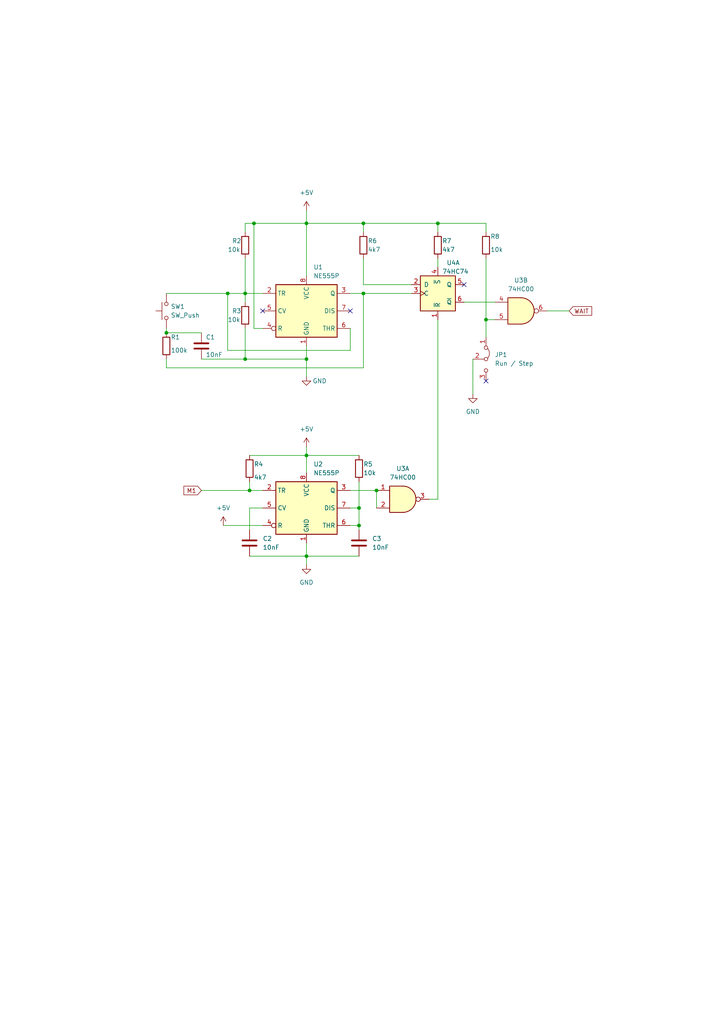
<source format=kicad_sch>
(kicad_sch (version 20211123) (generator eeschema)
  (paper "A4" portrait)
  (title_block (title "Z80 Arduino - Step debugger"))
  (lib_symbols
    (symbol "74xx:74HC00" (pin_names (offset 1.016))
      (property "Reference" "U" (at 0 1.27 0))
      (property "Value" "74HC00" (at 0 -1.27 0))
      (symbol "74HC00_1_1"
        (arc (start 0 -3.81) (mid 3.81 0) (end 0 3.81) (stroke (width 0.254)) (fill (type background)))
        (polyline (pts (xy 0 3.81) (xy -3.81 3.81) (xy -3.81 -3.81) (xy 0 -3.81)) (stroke (width 0.254)) (fill (type background)))
        (pin input line (at -7.62 2.54 0) (length 3.81) (name "~") (number "1"))
        (pin input line (at -7.62 -2.54 0) (length 3.81) (name "~") (number "2"))
        (pin output inverted (at 7.62 0 180) (length 3.81) (name "~") (number "3"))
      )
      (symbol "74HC00_1_2"
        (arc (start -3.81 -3.81) (mid -2.589 0) (end -3.81 3.81) (stroke (width 0.254)))
        (arc (start -0.6096 -3.81) (mid 2.1855 -2.584) (end 3.81 0) (stroke (width 0.254)) (fill (type background)))
        (polyline (pts (xy -3.81 -3.81) (xy -0.635 -3.81)) (stroke (width 0.254)) (fill (type background)))
        (polyline (pts (xy -3.81 3.81) (xy -0.635 3.81)) (stroke (width 0.254)) (fill (type background)))
        (polyline (pts (xy -0.635 3.81) (xy -3.81 3.81) (xy -3.81 3.81) (xy -3.556 3.4036) (xy -3.0226 2.2606) (xy -2.6924 1.0414) (xy -2.6162 -0.254) (xy -2.7686 -1.4986) (xy -3.175 -2.7178) (xy -3.81 -3.81) (xy -3.81 -3.81) (xy -0.635 -3.81)) (stroke (width -25.4)) (fill (type background)))
        (arc (start 3.81 0) (mid 2.1928 2.5925) (end -0.6096 3.81) (stroke (width 0.254)) (fill (type background)))
        (pin input inverted (at -7.62 2.54 0) (length 4.318) (name "~") (number "1"))
        (pin input inverted (at -7.62 -2.54 0) (length 4.318) (name "~") (number "2"))
        (pin output line (at 7.62 0 180) (length 3.81) (name "~") (number "3"))
      )
      (symbol "74HC00_2_1"
        (arc (start 0 -3.81) (mid 3.81 0) (end 0 3.81) (stroke (width 0.254)) (fill (type background)))
        (polyline (pts (xy 0 3.81) (xy -3.81 3.81) (xy -3.81 -3.81) (xy 0 -3.81)) (stroke (width 0.254)) (fill (type background)))
        (pin input line (at -7.62 2.54 0) (length 3.81) (name "~") (number "4"))
        (pin input line (at -7.62 -2.54 0) (length 3.81) (name "~") (number "5"))
        (pin output inverted (at 7.62 0 180) (length 3.81) (name "~") (number "6"))
      )
      (symbol "74HC00_2_2"
        (arc (start -3.81 -3.81) (mid -2.589 0) (end -3.81 3.81) (stroke (width 0.254)))
        (arc (start -0.6096 -3.81) (mid 2.1855 -2.584) (end 3.81 0) (stroke (width 0.254)) (fill (type background)))
        (polyline (pts (xy -3.81 -3.81) (xy -0.635 -3.81)) (stroke (width 0.254)) (fill (type background)))
        (polyline (pts (xy -3.81 3.81) (xy -0.635 3.81)) (stroke (width 0.254)) (fill (type background)))
        (polyline (pts (xy -0.635 3.81) (xy -3.81 3.81) (xy -3.81 3.81) (xy -3.556 3.4036) (xy -3.0226 2.2606) (xy -2.6924 1.0414) (xy -2.6162 -0.254) (xy -2.7686 -1.4986) (xy -3.175 -2.7178) (xy -3.81 -3.81) (xy -3.81 -3.81) (xy -0.635 -3.81)) (stroke (width -25.4)) (fill (type background)))
        (arc (start 3.81 0) (mid 2.1928 2.5925) (end -0.6096 3.81) (stroke (width 0.254)) (fill (type background)))
        (pin input inverted (at -7.62 2.54 0) (length 4.318) (name "~") (number "4"))
        (pin input inverted (at -7.62 -2.54 0) (length 4.318) (name "~") (number "5"))
        (pin output line (at 7.62 0 180) (length 3.81) (name "~") (number "6"))
      )
      (symbol "74HC00_3_1"
        (arc (start 0 -3.81) (mid 3.81 0) (end 0 3.81) (stroke (width 0.254)) (fill (type background)))
        (polyline (pts (xy 0 3.81) (xy -3.81 3.81) (xy -3.81 -3.81) (xy 0 -3.81)) (stroke (width 0.254)) (fill (type background)))
        (pin input line (at -7.62 -2.54 0) (length 3.81) (name "~") (number "10"))
        (pin output inverted (at 7.62 0 180) (length 3.81) (name "~") (number "8"))
        (pin input line (at -7.62 2.54 0) (length 3.81) (name "~") (number "9"))
      )
      (symbol "74HC00_3_2"
        (arc (start -3.81 -3.81) (mid -2.589 0) (end -3.81 3.81) (stroke (width 0.254)))
        (arc (start -0.6096 -3.81) (mid 2.1855 -2.584) (end 3.81 0) (stroke (width 0.254)) (fill (type background)))
        (polyline (pts (xy -3.81 -3.81) (xy -0.635 -3.81)) (stroke (width 0.254)) (fill (type background)))
        (polyline (pts (xy -3.81 3.81) (xy -0.635 3.81)) (stroke (width 0.254)) (fill (type background)))
        (polyline (pts (xy -0.635 3.81) (xy -3.81 3.81) (xy -3.81 3.81) (xy -3.556 3.4036) (xy -3.0226 2.2606) (xy -2.6924 1.0414) (xy -2.6162 -0.254) (xy -2.7686 -1.4986) (xy -3.175 -2.7178) (xy -3.81 -3.81) (xy -3.81 -3.81) (xy -0.635 -3.81)) (stroke (width -25.4)) (fill (type background)))
        (arc (start 3.81 0) (mid 2.1928 2.5925) (end -0.6096 3.81) (stroke (width 0.254)) (fill (type background)))
        (pin input inverted (at -7.62 -2.54 0) (length 4.318) (name "~") (number "10"))
        (pin output line (at 7.62 0 180) (length 3.81) (name "~") (number "8"))
        (pin input inverted (at -7.62 2.54 0) (length 4.318) (name "~") (number "9"))
      )
      (symbol "74HC00_4_1"
        (arc (start 0 -3.81) (mid 3.81 0) (end 0 3.81) (stroke (width 0.254)) (fill (type background)))
        (polyline (pts (xy 0 3.81) (xy -3.81 3.81) (xy -3.81 -3.81) (xy 0 -3.81)) (stroke (width 0.254)) (fill (type background)))
        (pin output inverted (at 7.62 0 180) (length 3.81) (name "~") (number "11"))
        (pin input line (at -7.62 2.54 0) (length 3.81) (name "~") (number "12"))
        (pin input line (at -7.62 -2.54 0) (length 3.81) (name "~") (number "13"))
      )
      (symbol "74HC00_4_2"
        (arc (start -3.81 -3.81) (mid -2.589 0) (end -3.81 3.81) (stroke (width 0.254)))
        (arc (start -0.6096 -3.81) (mid 2.1855 -2.584) (end 3.81 0) (stroke (width 0.254)) (fill (type background)))
        (polyline (pts (xy -3.81 -3.81) (xy -0.635 -3.81)) (stroke (width 0.254)) (fill (type background)))
        (polyline (pts (xy -3.81 3.81) (xy -0.635 3.81)) (stroke (width 0.254)) (fill (type background)))
        (polyline (pts (xy -0.635 3.81) (xy -3.81 3.81) (xy -3.81 3.81) (xy -3.556 3.4036) (xy -3.0226 2.2606) (xy -2.6924 1.0414) (xy -2.6162 -0.254) (xy -2.7686 -1.4986) (xy -3.175 -2.7178) (xy -3.81 -3.81) (xy -3.81 -3.81) (xy -0.635 -3.81)) (stroke (width -25.4)) (fill (type background)))
        (arc (start 3.81 0) (mid 2.1928 2.5925) (end -0.6096 3.81) (stroke (width 0.254)) (fill (type background)))
        (pin output line (at 7.62 0 180) (length 3.81) (name "~") (number "11"))
        (pin input inverted (at -7.62 2.54 0) (length 4.318) (name "~") (number "12"))
        (pin input inverted (at -7.62 -2.54 0) (length 4.318) (name "~") (number "13"))
      )
      (symbol "74HC00_5_0"
        (pin power_in line (at 0 12.7 270) (length 5.08) (name "VCC") (number "14"))
        (pin power_in line (at 0 -12.7 90) (length 5.08) (name "GND") (number "7"))
      )
      (symbol "74HC00_5_1"
        (rectangle (start -5.08 7.62) (end 5.08 -7.62) (stroke (width 0.254)) (fill (type background)))
      )
    )
    (symbol "74xx:74HC74" (pin_names (offset 1.016))
      (property "Reference" "U" (at -7.62 8.89 0))
      (property "Value" "74HC74" (at -7.62 -8.89 0))
      (symbol "74HC74_1_0"
        (pin input line (at 0 -7.62 90) (length 2.54) (name "~{R}") (number "1"))
        (pin input line (at -7.62 2.54 0) (length 2.54) (name "D") (number "2"))
        (pin input clock (at -7.62 0 0) (length 2.54) (name "C") (number "3"))
        (pin input line (at 0 7.62 270) (length 2.54) (name "~{S}") (number "4"))
        (pin output line (at 7.62 2.54 180) (length 2.54) (name "Q") (number "5"))
        (pin output line (at 7.62 -2.54 180) (length 2.54) (name "~{Q}") (number "6"))
      )
      (symbol "74HC74_1_1"
        (rectangle (start -5.08 5.08) (end 5.08 -5.08) (stroke (width 0.254)) (fill (type background)))
      )
      (symbol "74HC74_2_0"
        (pin input line (at 0 7.62 270) (length 2.54) (name "~{S}") (number "10"))
        (pin input clock (at -7.62 0 0) (length 2.54) (name "C") (number "11"))
        (pin input line (at -7.62 2.54 0) (length 2.54) (name "D") (number "12"))
        (pin input line (at 0 -7.62 90) (length 2.54) (name "~{R}") (number "13"))
        (pin output line (at 7.62 -2.54 180) (length 2.54) (name "~{Q}") (number "8"))
        (pin output line (at 7.62 2.54 180) (length 2.54) (name "Q") (number "9"))
      )
      (symbol "74HC74_2_1"
        (rectangle (start -5.08 5.08) (end 5.08 -5.08) (stroke (width 0.254)) (fill (type background)))
      )
      (symbol "74HC74_3_0"
        (pin power_in line (at 0 10.16 270) (length 2.54) (name "VCC") (number "14"))
        (pin power_in line (at 0 -10.16 90) (length 2.54) (name "GND") (number "7"))
      )
      (symbol "74HC74_3_1"
        (rectangle (start -5.08 7.62) (end 5.08 -7.62) (stroke (width 0.254)) (fill (type background)))
      )
    )
    (symbol "Device:C" (pin_numbers hide) (pin_names (offset 0.254))
      (property "Reference" "C" (at 0.635 2.54 0))
      (property "Value" "C" (at 0.635 -2.54 0))
      (symbol "C_0_1"
        (polyline (pts (xy -2.032 -0.762) (xy 2.032 -0.762)) (stroke (width 0.508)))
        (polyline (pts (xy -2.032 0.762) (xy 2.032 0.762)) (stroke (width 0.508)))
      )
      (symbol "C_1_1"
        (pin passive line (at 0 3.81 270) (length 2.794) (name "~") (number "1"))
        (pin passive line (at 0 -3.81 90) (length 2.794) (name "~") (number "2"))
      )
    )
    (symbol "Device:R" (pin_numbers hide) (pin_names (offset 0))
      (property "Reference" "R" (at 2.032 0 90))
      (property "Value" "R" (at 0 0 90))
      (symbol "R_0_1"
        (rectangle (start -1.016 -2.54) (end 1.016 2.54) (stroke (width 0.254)))
      )
      (symbol "R_1_1"
        (pin passive line (at 0 3.81 270) (length 1.27) (name "~") (number "1"))
        (pin passive line (at 0 -3.81 90) (length 1.27) (name "~") (number "2"))
      )
    )
    (symbol "Jumper:Jumper_3_Bridged12" (pin_names (offset 0) hide)
      (property "Reference" "JP" (at -2.54 -2.54 0))
      (property "Value" "Jumper_3_Bridged12" (at 0 2.794 0))
      (symbol "Jumper_3_Bridged12_0_0"
        (circle (center -3.302 0) (radius 0.508))
        (circle (center 0 0) (radius 0.508))
        (circle (center 3.302 0) (radius 0.508))
      )
      (symbol "Jumper_3_Bridged12_0_1"
        (arc (start -0.254 0.508) (mid -1.651 0.9912) (end -3.048 0.508))
        (polyline (pts (xy 0 -1.27) (xy 0 -0.508)))
      )
      (symbol "Jumper_3_Bridged12_1_1"
        (pin passive line (at -6.35 0 0) (length 2.54) (name "A") (number "1"))
        (pin passive line (at 0 -3.81 90) (length 2.54) (name "C") (number "2"))
        (pin passive line (at 6.35 0 180) (length 2.54) (name "B") (number "3"))
      )
    )
    (symbol "Switch:SW_Push" (pin_numbers hide) (pin_names (offset 1.016) hide)
      (property "Reference" "SW" (at 1.27 2.54 0))
      (property "Value" "SW_Push" (at 0 -1.524 0))
      (symbol "SW_Push_0_1"
        (circle (center -2.032 0) (radius 0.508))
        (polyline (pts (xy 0 1.27) (xy 0 3.048)))
        (polyline (pts (xy 2.54 1.27) (xy -2.54 1.27)))
        (circle (center 2.032 0) (radius 0.508))
        (pin passive line (at -5.08 0 0) (length 2.54) (name "1") (number "1"))
        (pin passive line (at 5.08 0 180) (length 2.54) (name "2") (number "2"))
      )
    )
    (symbol "Timer:NE555P"
      (property "Reference" "U" (at -10.16 8.89 0))
      (property "Value" "NE555P" (at 2.54 8.89 0))
      (symbol "NE555P_0_0"
        (pin power_in line (at 0 -10.16 90) (length 2.54) (name "GND") (number "1"))
        (pin power_in line (at 0 10.16 270) (length 2.54) (name "VCC") (number "8"))
      )
      (symbol "NE555P_0_1"
        (rectangle (start -8.89 -7.62) (end 8.89 7.62) (stroke (width 0.254)) (fill (type background)))
        (rectangle (start -8.89 -7.62) (end 8.89 7.62) (stroke (width 0.254)) (fill (type background)))
      )
      (symbol "NE555P_1_1"
        (pin input line (at -12.7 5.08 0) (length 3.81) (name "TR") (number "2"))
        (pin output line (at 12.7 5.08 180) (length 3.81) (name "Q") (number "3"))
        (pin input inverted (at -12.7 -5.08 0) (length 3.81) (name "R") (number "4"))
        (pin input line (at -12.7 0 0) (length 3.81) (name "CV") (number "5"))
        (pin input line (at 12.7 -5.08 180) (length 3.81) (name "THR") (number "6"))
        (pin input line (at 12.7 0 180) (length 3.81) (name "DIS") (number "7"))
      )
    )
    (symbol "power:+5V" (power) (pin_names (offset 0))
      (property "Value" "+5V" (at 0 3.556 0))
      (symbol "+5V_0_1"
        (polyline (pts (xy -0.762 1.27) (xy 0 2.54)))
        (polyline (pts (xy 0 0) (xy 0 2.54)))
        (polyline (pts (xy 0 2.54) (xy 0.762 1.27)))
      )
      (symbol "+5V_1_1"
        (pin power_in line (at 0 0 90) (length 0) hide (name "+5V") (number "1"))
      )
    )
    (symbol "power:GND" (power) (pin_names (offset 0))
      (property "Value" "GND" (at 0 -3.81 0))
      (symbol "GND_0_1"
        (polyline (pts (xy 0 0) (xy 0 -1.27) (xy 1.27 -1.27) (xy 0 -2.54) (xy -1.27 -1.27) (xy 0 -1.27)))
      )
      (symbol "GND_1_1"
        (pin power_in line (at 0 0 270) (length 0) hide (name "GND") (number "1"))
      )
    )
  )
  (junction (at 72.39 142.24))
  (junction (at 88.9 161.29))
  (junction (at 73.66 64.77))
  (junction (at 48.26 96.52))
  (junction (at 140.97 92.71))
  (junction (at 88.9 64.77))
  (junction (at 109.22 142.24))
  (junction (at 104.14 152.4))
  (junction (at 88.9 132.08))
  (junction (at 66.04 85.09))
  (junction (at 105.41 64.77))
  (junction (at 71.12 85.09))
  (junction (at 71.12 104.14))
  (junction (at 105.41 85.09))
  (junction (at 88.9 104.14))
  (junction (at 127 64.77))
  (junction (at 104.14 147.32))
  (no_connect (at 140.97 110.49))
  (no_connect (at 76.2 90.17))
  (no_connect (at 101.6 90.17))
  (no_connect (at 134.62 82.55))
  (wire (pts (xy 58.42 142.24) (xy 72.39 142.24)))
  (wire (pts (xy 104.14 139.7) (xy 104.14 147.32)))
  (wire (pts (xy 127 92.71) (xy 127 144.78)))
  (wire (pts (xy 140.97 74.93) (xy 140.97 92.71)))
  (wire (pts (xy 71.12 74.93) (xy 71.12 85.09)))
  (wire (pts (xy 71.12 104.14) (xy 88.9 104.14)))
  (wire (pts (xy 127 67.31) (xy 127 64.77)))
  (wire (pts (xy 140.97 67.31) (xy 140.97 64.77)))
  (wire (pts (xy 127 64.77) (xy 105.41 64.77)))
  (wire (pts (xy 72.39 161.29) (xy 88.9 161.29)))
  (wire (pts (xy 88.9 64.77) (xy 88.9 80.01)))
  (wire (pts (xy 73.66 64.77) (xy 73.66 95.25)))
  (wire (pts (xy 58.42 104.14) (xy 71.12 104.14)))
  (wire (pts (xy 88.9 100.33) (xy 88.9 104.14)))
  (wire (pts (xy 72.39 132.08) (xy 88.9 132.08)))
  (wire (pts (xy 104.14 152.4) (xy 104.14 147.32)))
  (wire (pts (xy 88.9 129.54) (xy 88.9 132.08)))
  (wire (pts (xy 48.26 85.09) (xy 66.04 85.09)))
  (wire (pts (xy 48.26 96.52) (xy 58.42 96.52)))
  (wire (pts (xy 72.39 139.7) (xy 72.39 142.24)))
  (wire (pts (xy 71.12 64.77) (xy 73.66 64.77)))
  (wire (pts (xy 48.26 95.25) (xy 48.26 96.52)))
  (wire (pts (xy 71.12 67.31) (xy 71.12 64.77)))
  (wire (pts (xy 88.9 157.48) (xy 88.9 161.29)))
  (wire (pts (xy 101.6 152.4) (xy 104.14 152.4)))
  (wire (pts (xy 101.6 147.32) (xy 104.14 147.32)))
  (wire (pts (xy 140.97 92.71) (xy 143.51 92.71)))
  (wire (pts (xy 71.12 95.25) (xy 71.12 104.14)))
  (wire (pts (xy 105.41 74.93) (xy 105.41 82.55)))
  (wire (pts (xy 71.12 85.09) (xy 71.12 87.63)))
  (wire (pts (xy 76.2 95.25) (xy 73.66 95.25)))
  (wire (pts (xy 105.41 64.77) (xy 105.41 67.31)))
  (wire (pts (xy 48.26 104.14) (xy 48.26 106.68)))
  (wire (pts (xy 109.22 142.24) (xy 109.22 147.32)))
  (wire (pts (xy 140.97 64.77) (xy 127 64.77)))
  (wire (pts (xy 66.04 101.6) (xy 66.04 85.09)))
  (wire (pts (xy 134.62 87.63) (xy 143.51 87.63)))
  (wire (pts (xy 137.16 104.14) (xy 137.16 114.3)))
  (wire (pts (xy 76.2 147.32) (xy 72.39 147.32)))
  (wire (pts (xy 101.6 142.24) (xy 109.22 142.24)))
  (wire (pts (xy 101.6 85.09) (xy 105.41 85.09)))
  (wire (pts (xy 104.14 153.67) (xy 104.14 152.4)))
  (wire (pts (xy 88.9 104.14) (xy 88.9 109.22)))
  (wire (pts (xy 140.97 92.71) (xy 140.97 97.79)))
  (wire (pts (xy 88.9 64.77) (xy 105.41 64.77)))
  (wire (pts (xy 72.39 147.32) (xy 72.39 153.67)))
  (wire (pts (xy 72.39 142.24) (xy 76.2 142.24)))
  (wire (pts (xy 73.66 64.77) (xy 88.9 64.77)))
  (wire (pts (xy 105.41 106.68) (xy 105.41 85.09)))
  (wire (pts (xy 88.9 163.83) (xy 88.9 161.29)))
  (wire (pts (xy 64.77 152.4) (xy 76.2 152.4)))
  (wire (pts (xy 127 74.93) (xy 127 77.47)))
  (wire (pts (xy 105.41 82.55) (xy 119.38 82.55)))
  (wire (pts (xy 88.9 132.08) (xy 104.14 132.08)))
  (wire (pts (xy 105.41 85.09) (xy 119.38 85.09)))
  (wire (pts (xy 48.26 106.68) (xy 105.41 106.68)))
  (wire (pts (xy 88.9 60.96) (xy 88.9 64.77)))
  (wire (pts (xy 88.9 161.29) (xy 104.14 161.29)))
  (wire (pts (xy 66.04 85.09) (xy 71.12 85.09)))
  (wire (pts (xy 101.6 95.25) (xy 101.6 101.6)))
  (wire (pts (xy 158.75 90.17) (xy 165.1 90.17)))
  (wire (pts (xy 101.6 101.6) (xy 66.04 101.6)))
  (wire (pts (xy 124.46 144.78) (xy 127 144.78)))
  (wire (pts (xy 88.9 132.08) (xy 88.9 137.16)))
  (wire (pts (xy 76.2 85.09) (xy 71.12 85.09)))
  (global_label "M1" (shape input) (at 58.42 142.24 180) (property "Intersheet References" "${INTERSHEET_REFS}" (effects hide)))
  (global_label "WAIT" (shape input) (at 165.1 90.17 0) (property "Intersheet References" "${INTERSHEET_REFS}" (effects hide)))
  (symbol (lib_id "Device:C") (at 58.42 100.33 0) (unit 1)
    (property "Reference" "C1" (at 59.69 97.79 0) (effects (justify left)))
    (property "Value" "10nF" (at 59.69 102.87 0) (effects (justify left)))
  )
  (symbol (lib_id "power:GND") (at 137.16 114.3 0) (unit 1)
    (property "Reference" "#PWR0104" (effects hide))
    (property "Value" "GND" (at 137.16 119.38 0))
  )
  (symbol (lib_id "Device:R") (at 105.41 71.12 0) (unit 1)
    (property "Reference" "R6" (at 106.68 69.85 0) (effects (justify left)))
    (property "Value" "4k7" (at 106.68 72.39 0) (effects (justify left)))
  )
  (symbol (lib_id "Device:R") (at 127 71.12 0) (unit 1)
    (property "Reference" "R7" (at 128.27 69.85 0) (effects (justify left)))
    (property "Value" "4k7" (at 128.27 72.39 0) (effects (justify left)))
  )
  (symbol (lib_id "power:+5V") (at 88.9 60.96 0) (unit 1)
    (property "Reference" "#PWR0105" (effects hide))
    (property "Value" "+5V" (at 88.9 55.88 0))
  )
  (symbol (lib_id "Device:R") (at 104.14 135.89 0) (unit 1)
    (property "Reference" "R5" (at 105.41 134.62 0) (effects (justify left)))
    (property "Value" "10k" (at 105.41 137.16 0) (effects (justify left)))
  )
  (symbol (lib_id "Device:R") (at 71.12 91.44 0) (unit 1)
    (property "Reference" "R3" (at 67.31 90.17 0) (effects (justify left)))
    (property "Value" "10k" (at 66.04 92.71 0) (effects (justify left)))
  )
  (symbol (lib_id "Switch:SW_Push") (at 48.26 90.17 90) (mirror x) (unit 1)
    (property "Reference" "SW1" (at 49.53 88.8999 90) (effects (justify right)))
    (property "Value" "SW_Push" (at 49.53 91.4399 90) (effects (justify right)))
  )
  (symbol (lib_id "Device:C") (at 72.39 157.48 0) (unit 1)
    (property "Reference" "C2" (at 76.2 156.2099 0) (effects (justify left)))
    (property "Value" "10nF" (at 76.2 158.7499 0) (effects (justify left)))
  )
  (symbol (lib_id "Jumper:Jumper_3_Bridged12") (at 140.97 104.14 270) (unit 1)
    (property "Reference" "JP1" (at 143.51 102.87 90) (effects (justify left)))
    (property "Value" "Run / Step" (at 143.51 105.41 90) (effects (justify left)))
  )
  (symbol (lib_id "Device:R") (at 140.97 71.12 0) (unit 1)
    (property "Reference" "R8" (at 142.24 68.58 0) (effects (justify left)))
    (property "Value" "10k" (at 142.24 72.39 0) (effects (justify left)))
  )
  (symbol (lib_id "Device:C") (at 104.14 157.48 0) (unit 1)
    (property "Reference" "C3" (at 107.95 156.2099 0) (effects (justify left)))
    (property "Value" "10nF" (at 107.95 158.7499 0) (effects (justify left)))
  )
  (symbol (lib_id "Timer:NE555P") (at 88.9 90.17 0) (unit 1)
    (property "Reference" "U1" (at 90.9194 77.47 0) (effects (justify left)))
    (property "Value" "NE555P" (at 90.9194 80.01 0) (effects (justify left)))
    (property "Footprint" "Package_DIP:DIP-8_W7.62mm" (effects hide))
    (property "Datasheet" "http://www.ti.com/lit/ds/symlink/ne555.pdf" (effects hide))
  )
  (symbol (lib_id "74xx:74HC00") (at 151.13 90.17 0) (unit 2)
    (property "Reference" "U3" (at 151.13 81.28 0))
    (property "Value" "74HC00" (at 151.13 83.82 0))
    (property "Datasheet" "http://www.ti.com/lit/gpn/sn74hc00" (effects hide))
  )
  (symbol (lib_id "Timer:NE555P") (at 88.9 147.32 0) (unit 1)
    (property "Reference" "U2" (at 90.9194 134.62 0) (effects (justify left)))
    (property "Value" "NE555P" (at 90.9194 137.16 0) (effects (justify left)))
    (property "Footprint" "Package_DIP:DIP-8_W7.62mm" (effects hide))
    (property "Datasheet" "http://www.ti.com/lit/ds/symlink/ne555.pdf" (effects hide))
  )
  (symbol (lib_id "Device:R") (at 72.39 135.89 0) (unit 1)
    (property "Reference" "R4" (at 73.66 134.62 0) (effects (justify left)))
    (property "Value" "4k7" (at 73.66 138.43 0) (effects (justify left)))
  )
  (symbol (lib_id "Device:R") (at 48.26 100.33 0) (unit 1)
    (property "Reference" "R1" (at 49.53 97.79 0) (effects (justify left)))
    (property "Value" "100k" (at 49.53 101.6 0) (effects (justify left)))
  )
  (symbol (lib_id "power:GND") (at 88.9 163.83 0) (unit 1)
    (property "Reference" "#PWR0103" (effects hide))
    (property "Value" "GND" (at 88.9 168.91 0))
  )
  (symbol (lib_id "power:+5V") (at 64.77 152.4 0) (unit 1)
    (property "Reference" "#PWR0102" (effects hide))
    (property "Value" "+5V" (at 64.77 147.32 0))
  )
  (symbol (lib_id "74xx:74HC74") (at 127 85.09 0) (unit 1)
    (property "Reference" "U4" (at 129.54 76.2 0) (effects (justify left)))
    (property "Value" "74HC74" (at 128.27 78.74 0) (effects (justify left)))
    (property "Datasheet" "74xx/74hc_hct74.pdf" (effects hide))
  )
  (symbol (lib_id "74xx:74HC00") (at 116.84 144.78 0) (unit 1)
    (property "Reference" "U3" (at 116.84 135.89 0))
    (property "Value" "74HC00" (at 116.84 138.43 0))
    (property "Datasheet" "http://www.ti.com/lit/gpn/sn74hc00" (effects hide))
  )
  (symbol (lib_id "Device:R") (at 71.12 71.12 0) (unit 1)
    (property "Reference" "R2" (at 67.31 69.85 0) (effects (justify left)))
    (property "Value" "10k" (at 66.04 72.39 0) (effects (justify left)))
  )
  (symbol (lib_id "power:GND") (at 88.9 109.22 0) (unit 1)
    (property "Reference" "#PWR0106" (effects hide))
    (property "Value" "GND" (at 92.71 110.49 0))
  )
  (symbol (lib_id "power:+5V") (at 88.9 129.54 0) (unit 1)
    (property "Reference" "#PWR0101" (effects hide))
    (property "Value" "+5V" (at 88.9 124.46 0))
  )
)
</source>
